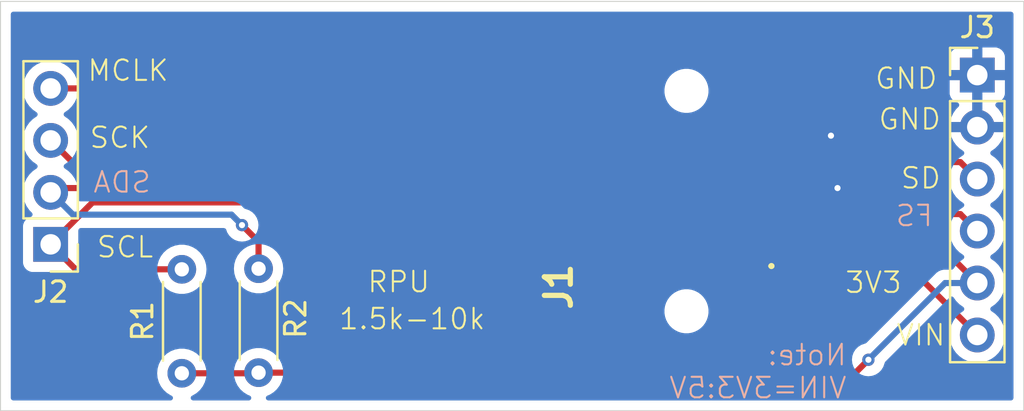
<source format=kicad_pcb>
(kicad_pcb (version 20240108) (generator "pcbnew") (generator_version "8.0")
  (layers (0 "F.Cu" signal) (31 "B.Cu" signal) (34 "B.Paste" user) (35 "F.Paste" user) (36 "B.SilkS" user "B.Silkscreen") (37 "F.SilkS" user "F.Silkscreen") (38 "B.Mask" user) (39 "F.Mask" user) (44 "Edge.Cuts" user))
  (net 0 "")
  (net 2 "/SCK")
  (net 3 "GND")
  (net 5 "/VIN")
  (net 6 "/FS")
  (net 7 "/SDA")
  (net 8 "/SCL")
  (net 10 "+3.3V")
  (net 14 "/MCLK")
  (net 15 "/SD")
  (footprint "Resistor_THT:R_Axial_DIN0204_L3.6mm_D1.6mm_P5.08mm_Horizontal" (layer "F.Cu") (at 151.86 93.17 90)
    (property "Reference" "R1" (at 2.54 -1.92 90) (layer "F.SilkS"))
    (property "Value" "4.7k" (hide yes))
    (fp_line (start 0.62 -0.92) (end 4.46 -0.92) (stroke (width 0.12)) (layer "F.SilkS"))
    (fp_line (start 0.62 0.92) (end 4.46 0.92) (stroke (width 0.12)) (layer "F.SilkS"))
    (pad "1" thru_hole circle (at 0 0 90) (size 1.4 1.4) (drill 0.7) (layers "*.Cu" "*.Mask") (net 10 "+3.3V"))
    (pad "2" thru_hole oval (at 5.08 0 90) (size 1.4 1.4) (drill 0.7) (layers "*.Cu" "*.Mask") (net 8 "/SCL"))
  )
  (footprint "Connector_PinHeader_2.54mm:PinHeader_1x04_P2.54mm_Vertical" (layer "F.Cu") (at 145.45 86.87 180)
    (property "Reference" "J2" (at 0 -2.33 360) (layer "F.SilkS"))
    (property "Value" "Conn_01x04_Pin" (hide yes))
    (fp_line (start 1.33 1.27) (end 1.33 8.95) (stroke (width 0.12)) (layer "F.SilkS"))
    (fp_line (start -1.33 8.95) (end 1.33 8.95) (stroke (width 0.12)) (layer "F.SilkS"))
    (fp_line (start -1.33 1.27) (end 1.33 1.27) (stroke (width 0.12)) (layer "F.SilkS"))
    (fp_line (start -1.33 1.27) (end -1.33 8.95) (stroke (width 0.12)) (layer "F.SilkS"))
    (fp_line (start -1.33 0) (end -1.33 -1.33) (stroke (width 0.12)) (layer "F.SilkS"))
    (fp_line (start -1.33 -1.33) (end 0 -1.33) (stroke (width 0.12)) (layer "F.SilkS"))
    (pad "1" thru_hole rect (at 0 0 180) (size 1.7 1.7) (drill 1) (layers "*.Cu" "*.Mask") (net 8 "/SCL"))
    (pad "2" thru_hole oval (at 0 2.54 180) (size 1.7 1.7) (drill 1) (layers "*.Cu" "*.Mask") (net 7 "/SDA"))
    (pad "3" thru_hole oval (at 0 5.08 180) (size 1.7 1.7) (drill 1) (layers "*.Cu" "*.Mask") (net 2 "/SCK"))
    (pad "4" thru_hole oval (at 0 7.62 180) (size 1.7 1.7) (drill 1) (layers "*.Cu" "*.Mask") (net 14 "/MCLK"))
  )
  (footprint "Connector_PinHeader_2.54mm:PinHeader_1x06_P2.54mm_Vertical" (layer "F.Cu") (at 190.73 78.6)
    (property "Reference" "J3" (at 0 -2.33 0) (layer "F.SilkS"))
    (property "Value" "Conn_01x06_Pin" (hide yes))
    (fp_line (start -1.33 -1.33) (end 0 -1.33) (stroke (width 0.12)) (layer "F.SilkS"))
    (fp_line (start -1.33 0) (end -1.33 -1.33) (stroke (width 0.12)) (layer "F.SilkS"))
    (fp_line (start -1.33 1.27) (end -1.33 14.03) (stroke (width 0.12)) (layer "F.SilkS"))
    (fp_line (start -1.33 1.27) (end 1.33 1.27) (stroke (width 0.12)) (layer "F.SilkS"))
    (fp_line (start -1.33 14.03) (end 1.33 14.03) (stroke (width 0.12)) (layer "F.SilkS"))
    (fp_line (start 1.33 1.27) (end 1.33 14.03) (stroke (width 0.12)) (layer "F.SilkS"))
    (pad "1" thru_hole rect (at 0 0) (size 1.7 1.7) (drill 1) (layers "*.Cu" "*.Mask") (net 3 "GND"))
    (pad "2" thru_hole oval (at 0 2.54) (size 1.7 1.7) (drill 1) (layers "*.Cu" "*.Mask") (net 3 "GND"))
    (pad "3" thru_hole oval (at 0 5.08) (size 1.7 1.7) (drill 1) (layers "*.Cu" "*.Mask") (net 15 "/SD"))
    (pad "4" thru_hole oval (at 0 7.62) (size 1.7 1.7) (drill 1) (layers "*.Cu" "*.Mask") (net 6 "/FS"))
    (pad "5" thru_hole oval (at 0 10.16) (size 1.7 1.7) (drill 1) (layers "*.Cu" "*.Mask") (net 10 "+3.3V"))
    (pad "6" thru_hole oval (at 0 12.7) (size 1.7 1.7) (drill 1) (layers "*.Cu" "*.Mask") (net 5 "/VIN"))
  )
  (footprint "Resistor_THT:R_Axial_DIN0204_L3.6mm_D1.6mm_P5.08mm_Horizontal" (layer "F.Cu") (at 155.61 93.14 90)
    (property "Reference" "R2" (at 2.64 1.81 90) (layer "F.SilkS"))
    (property "Value" "4.7k" (hide yes))
    (fp_line (start 0.62 -0.92) (end 4.46 -0.92) (stroke (width 0.12)) (layer "F.SilkS"))
    (fp_line (start 0.62 0.92) (end 4.46 0.92) (stroke (width 0.12)) (layer "F.SilkS"))
    (pad "1" thru_hole circle (at 0 0 90) (size 1.4 1.4) (drill 0.7) (layers "*.Cu" "*.Mask") (net 10 "+3.3V"))
    (pad "2" thru_hole oval (at 5.08 0 90) (size 1.4 1.4) (drill 0.7) (layers "*.Cu" "*.Mask") (net 7 "/SDA"))
  )
  (footprint "KiCad:M556001242R" (layer "F.Cu") (at 176.52 84.755 90)
    (property "Reference" "J1" (at -4.185 -6.25 90) (layer "F.SilkS") (effects (font (size 1.27 1.27) (thickness 0.254))))
    (property "Value" "M55-6001242R" (hide yes))
    (fp_line (start -3.175 4.1) (end -3.175 4.1) (stroke (width 0.2)) (layer "F.SilkS"))
    (fp_line (start -3.175 4.2) (end -3.175 4.1) (stroke (width 0.2)) (layer "F.SilkS"))
    (fp_line (start -3.175 4.2) (end -3.175 4.2) (stroke (width 0.2)) (layer "F.SilkS"))
    (fp_arc (start -3.175 4.1) (mid -3.125 4.15) (end -3.175 4.2) (stroke (width 0.2)) (layer "F.SilkS"))
    (fp_arc (start -3.175 4.2) (mid -3.225 4.15) (end -3.175 4.1) (stroke (width 0.2)) (layer "F.SilkS"))
    (pad "" np_thru_hole circle (at -5.385 0 90) (size 1.65 1.65) (drill 1.65) (layers "*.Cu" "*.Mask"))
    (pad "" np_thru_hole circle (at 5.385 0 90) (size 1.65 1.65) (drill 1.65) (layers "*.Cu" "*.Mask"))
    (pad "A1" smd rect (at -3.175 2.75 90) (size 0.8 1.1) (layers "F.Cu" "F.Paste" "F.Mask") (net 5 "/VIN"))
    (pad "A2" smd rect (at -1.905 2.75 90) (size 0.8 1.1) (layers "F.Cu" "F.Paste" "F.Mask") (net 10 "+3.3V"))
    (pad "A3" smd rect (at -0.635 2.75 90) (size 0.8 1.1) (layers "F.Cu" "F.Paste" "F.Mask") (net 6 "/FS"))
    (pad "A4" smd rect (at 0.635 2.75 90) (size 0.8 1.1) (layers "F.Cu" "F.Paste" "F.Mask") (net 3 "GND"))
    (pad "A5" smd rect (at 1.905 2.75 90) (size 0.8 1.1) (layers "F.Cu" "F.Paste" "F.Mask") (net 15 "/SD"))
    (pad "A6" smd rect (at 3.175 2.75 90) (size 0.8 1.1) (layers "F.Cu" "F.Paste" "F.Mask") (net 3 "GND"))
    (pad "B1" smd rect (at -3.175 -2.75 90) (size 0.8 1.1) (layers "F.Cu" "F.Paste" "F.Mask"))
    (pad "B2" smd rect (at -1.905 -2.75 90) (size 0.8 1.1) (layers "F.Cu" "F.Paste" "F.Mask"))
    (pad "B3" smd rect (at -0.635 -2.75 90) (size 0.8 1.1) (layers "F.Cu" "F.Paste" "F.Mask") (net 8 "/SCL"))
    (pad "B4" smd rect (at 0.635 -2.75 90) (size 0.8 1.1) (layers "F.Cu" "F.Paste" "F.Mask") (net 7 "/SDA"))
    (pad "B5" smd rect (at 1.905 -2.75 90) (size 0.8 1.1) (layers "F.Cu" "F.Paste" "F.Mask") (net 2 "/SCK"))
    (pad "B6" smd rect (at 3.175 -2.75 90) (size 0.8 1.1) (layers "F.Cu" "F.Paste" "F.Mask") (net 14 "/MCLK"))
    (pad "MP1" smd rect (at -5.67 2.45 90) (size 1.2 2.7) (layers "F.Cu" "F.Paste" "F.Mask"))
    (pad "MP2" smd rect (at 5.67 2.45 90) (size 1.2 2.7) (layers "F.Cu" "F.Paste" "F.Mask"))
    (pad "MP3" smd rect (at -5.67 -2.45 90) (size 1.2 2.7) (layers "F.Cu" "F.Paste" "F.Mask"))
    (pad "MP4" smd rect (at 5.67 -2.45 90) (size 1.2 2.7) (layers "F.Cu" "F.Paste" "F.Mask"))
  )
  (gr_rect (start 143 75) (end 193 95) (stroke (width 0.05)) (fill none) (layer "Edge.Cuts"))
  (gr_text "FS" (at 188.62 86.06 0) (layer "B.SilkS") (effects (font (size 1 1) (thickness 0.1)) (justify left bottom mirror)))
  (gr_text "Note:\nVIN=3V3:5V" (at 184.41 94.47 0) (layer "B.SilkS") (effects (font (size 1 1) (thickness 0.1)) (justify left bottom mirror)))
  (gr_text "SDA\n" (at 150.41 84.42 0) (layer "B.SilkS") (effects (font (size 1 1) (thickness 0.1)) (justify left bottom mirror)))
  (gr_text "MCLK\n" (at 147.19 78.96 0) (layer "F.SilkS") (effects (font (size 1 1) (thickness 0.1)) (justify left bottom)))
  (gr_text "GND" (at 185.84 81.34 0) (layer "F.SilkS") (effects (font (size 1 1) (thickness 0.1)) (justify left bottom)))
  (gr_text "SD" (at 186.93 84.22 0) (layer "F.SilkS") (effects (font (size 1 1) (thickness 0.1)) (justify left bottom)))
  (gr_text "RPU" (at 160.87 89.29 0) (layer "F.SilkS") (effects (font (size 1 1) (thickness 0.1)) (justify left bottom)))
  (gr_text "1.5k-10k" (at 159.48 91.1 0) (layer "F.SilkS") (effects (font (size 1 1) (thickness 0.1)) (justify left bottom)))
  (gr_text "VIN" (at 186.72 91.89 0) (layer "F.SilkS") (effects (font (size 1 1) (thickness 0.1)) (justify left bottom)))
  (gr_text "3V3" (at 184.21 89.32 0) (layer "F.SilkS") (effects (font (size 1 1) (thickness 0.1)) (justify left bottom)))
  (gr_text "SCL" (at 147.64 87.59 0) (layer "F.SilkS") (effects (font (size 1 1) (thickness 0.1)) (justify left bottom)))
  (gr_text "SCK\n" (at 147.29 82.24 0) (layer "F.SilkS") (effects (font (size 1 1) (thickness 0.1)) (justify left bottom)))
  (gr_text "GND" (at 185.67 79.35 0) (layer "F.SilkS") (effects (font (size 1 1) (thickness 0.1)) (justify left bottom)))
  (segment (start 146.51 82.85) (end 145.45 81.79) (width 0.3) (layer "F.Cu") (net 2))
  (segment (start 173.77 82.85) (end 146.51 82.85) (width 0.3) (layer "F.Cu") (net 2))
  (segment (start 179.27 81.58) (end 183.56 81.58) (width 0.3) (layer "F.Cu") (net 3))
  (segment (start 179.27 84.12) (end 183.9 84.12) (width 0.3) (layer "F.Cu") (net 3))
  (segment (start 183.56 81.58) (end 183.58 81.56) (width 0.3) (layer "F.Cu") (net 3))
  (via (at 183.9 84.12) (size 0.6) (drill 0.3) (layers "F.Cu" "B.Cu") (net 3))
  (via (at 183.58 81.56) (size 0.6) (drill 0.3) (layers "F.Cu" "B.Cu") (net 3))
  (segment (start 187.36 87.93) (end 179.27 87.93) (width 0.3) (layer "F.Cu") (net 5))
  (segment (start 190.73 91.3) (end 187.36 87.93) (width 0.3) (layer "F.Cu") (net 5))
  (segment (start 189.9 85.39) (end 190.73 86.22) (width 0.3) (layer "F.Cu") (net 6))
  (segment (start 179.27 85.39) (end 189.9 85.39) (width 0.3) (layer "F.Cu") (net 6))
  (segment (start 155.61 88.06) (end 155.61 86.74) (width 0.3) (layer "F.Cu") (net 7))
  (segment (start 155.61 86.74) (end 154.8 85.93) (width 0.3) (layer "F.Cu") (net 7))
  (segment (start 145.66 84.12) (end 145.45 84.33) (width 0.3) (layer "F.Cu") (net 7))
  (segment (start 173.77 84.12) (end 145.66 84.12) (width 0.3) (layer "F.Cu") (net 7))
  (via (at 154.8 85.93) (size 0.6) (drill 0.3) (layers "F.Cu" "B.Cu") (net 7))
  (segment (start 154.29 85.42) (end 146.54 85.42) (width 0.3) (layer "B.Cu") (net 7))
  (segment (start 154.8 85.93) (end 154.29 85.42) (width 0.3) (layer "B.Cu") (net 7))
  (segment (start 146.54 85.42) (end 145.45 84.33) (width 0.3) (layer "B.Cu") (net 7))
  (segment (start 172.87 84.87) (end 173.25 84.87) (width 0.3) (layer "F.Cu") (net 8))
  (segment (start 151.86 88.09) (end 146.67 88.09) (width 0.3) (layer "F.Cu") (net 8))
  (segment (start 172.82 84.82) (end 172.87 84.87) (width 0.3) (layer "F.Cu") (net 8))
  (segment (start 147.5 84.82) (end 172.82 84.82) (width 0.3) (layer "F.Cu") (net 8))
  (segment (start 145.45 86.87) (end 147.5 84.82) (width 0.3) (layer "F.Cu") (net 8))
  (segment (start 173.25 84.87) (end 173.77 85.39) (width 0.3) (layer "F.Cu") (net 8))
  (segment (start 146.67 88.09) (end 145.45 86.87) (width 0.3) (layer "F.Cu") (net 8))
  (segment (start 155.58 93.17) (end 155.61 93.14) (width 0.3) (layer "F.Cu") (net 10))
  (segment (start 188.63 86.66) (end 179.27 86.66) (width 0.3) (layer "F.Cu") (net 10))
  (segment (start 151.86 93.17) (end 155.58 93.17) (width 0.3) (layer "F.Cu") (net 10))
  (segment (start 184.78 93.14) (end 185.41 92.51) (width 0.3) (layer "F.Cu") (net 10))
  (segment (start 155.61 93.14) (end 184.78 93.14) (width 0.3) (layer "F.Cu") (net 10))
  (segment (start 190.73 88.76) (end 188.63 86.66) (width 0.3) (layer "F.Cu") (net 10))
  (via (at 185.41 92.51) (size 0.6) (drill 0.3) (layers "F.Cu" "B.Cu") (net 10))
  (segment (start 185.41 92.51) (end 189.16 88.76) (width 0.3) (layer "B.Cu") (net 10))
  (segment (start 189.16 88.76) (end 190.73 88.76) (width 0.3) (layer "B.Cu") (net 10))
  (segment (start 145.45 79.25) (end 171.44 79.25) (width 0.3) (layer "F.Cu") (net 14))
  (segment (start 171.44 79.25) (end 173.77 81.58) (width 0.3) (layer "F.Cu") (net 14))
  (segment (start 189.9 82.85) (end 190.73 83.68) (width 0.3) (layer "F.Cu") (net 15))
  (segment (start 179.27 82.85) (end 189.9 82.85) (width 0.3) (layer "F.Cu") (net 15))
  (zone (net 3) (net_name "GND") (layer "B.Cu") (connect_pads (clearance 0.5)) (min_thickness 0.25) (fill yes (thermal_gap 0.5) (thermal_bridge_width 0.5))
    (polygon (pts (xy 143 74.93) (xy 142.99 94.98) (xy 193.03 95) (xy 192.98 74.99)))
  )
)
</source>
